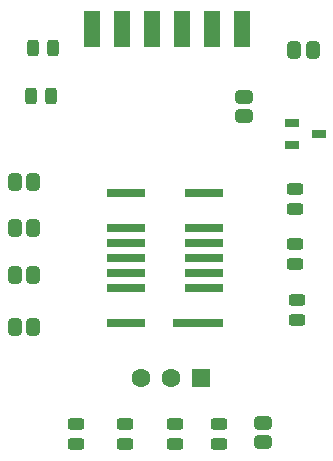
<source format=gbr>
G04 DipTrace 4.0.0.2*
G04 TopMask.gbr*
%MOIN*%
G04 #@! TF.FileFunction,Soldermask,Top*
G04 #@! TF.Part,Single*
%AMOUTLINE1*
4,1,28,
0.010168,-0.028939,
-0.010168,-0.028939,
-0.013101,-0.028552,
-0.015954,-0.027371,
-0.018404,-0.025491,
-0.020284,-0.023041,
-0.021466,-0.020188,
-0.021852,-0.017255,
-0.021852,0.017255,
-0.021466,0.020188,
-0.020284,0.023041,
-0.018404,0.025491,
-0.015954,0.027371,
-0.013101,0.028552,
-0.010168,0.028939,
0.010168,0.028939,
0.013101,0.028552,
0.015954,0.027371,
0.018404,0.025491,
0.020284,0.023041,
0.021466,0.020188,
0.021852,0.017255,
0.021852,-0.017255,
0.021466,-0.020188,
0.020284,-0.023041,
0.018404,-0.025491,
0.015954,-0.027371,
0.013101,-0.028552,
0.010168,-0.028939,
0*%
%AMOUTLINE4*
4,1,28,
-0.010168,0.028939,
0.010168,0.028939,
0.013101,0.028552,
0.015954,0.027371,
0.018404,0.025491,
0.020284,0.023041,
0.021466,0.020188,
0.021852,0.017255,
0.021852,-0.017255,
0.021466,-0.020188,
0.020284,-0.023041,
0.018404,-0.025491,
0.015954,-0.027371,
0.013101,-0.028552,
0.010168,-0.028939,
-0.010168,-0.028939,
-0.013101,-0.028552,
-0.015954,-0.027371,
-0.018404,-0.025491,
-0.020284,-0.023041,
-0.021466,-0.020188,
-0.021852,-0.017255,
-0.021852,0.017255,
-0.021466,0.020188,
-0.020284,0.023041,
-0.018404,0.025491,
-0.015954,0.027371,
-0.013101,0.028552,
-0.010168,0.028939,
0*%
%AMOUTLINE7*
4,1,28,
0.027954,0.008792,
0.027955,-0.008789,
0.027609,-0.011416,
0.026545,-0.013985,
0.024853,-0.01619,
0.022648,-0.017882,
0.02008,-0.018946,
0.017453,-0.019292,
-0.017451,-0.019294,
-0.020078,-0.018948,
-0.022646,-0.017884,
-0.024852,-0.016192,
-0.026544,-0.013987,
-0.027608,-0.011419,
-0.027954,-0.008792,
-0.027955,0.008789,
-0.027609,0.011416,
-0.026545,0.013985,
-0.024853,0.01619,
-0.022648,0.017882,
-0.02008,0.018946,
-0.017453,0.019292,
0.017451,0.019294,
0.020078,0.018948,
0.022646,0.017884,
0.024852,0.016192,
0.026544,0.013987,
0.027608,0.011419,
0.027954,0.008792,
0*%
%AMOUTLINE10*
4,1,28,
-0.027954,-0.008792,
-0.027955,0.008789,
-0.027609,0.011416,
-0.026545,0.013985,
-0.024853,0.01619,
-0.022648,0.017882,
-0.02008,0.018946,
-0.017453,0.019292,
0.017451,0.019294,
0.020078,0.018948,
0.022646,0.017884,
0.024852,0.016192,
0.026544,0.013987,
0.027608,0.011419,
0.027954,0.008792,
0.027955,-0.008789,
0.027609,-0.011416,
0.026545,-0.013985,
0.024853,-0.01619,
0.022648,-0.017882,
0.02008,-0.018946,
0.017453,-0.019292,
-0.017451,-0.019294,
-0.020078,-0.018948,
-0.022646,-0.017884,
-0.024852,-0.016192,
-0.026544,-0.013987,
-0.027608,-0.011419,
-0.027954,-0.008792,
0*%
%AMOUTLINE13*
4,1,28,
0.008791,-0.027954,
-0.00879,-0.027954,
-0.011417,-0.027609,
-0.013985,-0.026545,
-0.01619,-0.024853,
-0.017883,-0.022647,
-0.018947,-0.020079,
-0.019292,-0.017452,
-0.019293,0.017452,
-0.018947,0.020078,
-0.017884,0.022647,
-0.016192,0.024852,
-0.013986,0.026544,
-0.011418,0.027608,
-0.008791,0.027954,
0.00879,0.027954,
0.011417,0.027609,
0.013985,0.026545,
0.01619,0.024853,
0.017883,0.022647,
0.018947,0.020079,
0.019292,0.017452,
0.019293,-0.017452,
0.018947,-0.020078,
0.017884,-0.022647,
0.016192,-0.024852,
0.013986,-0.026544,
0.011418,-0.027608,
0.008791,-0.027954,
0*%
%AMOUTLINE16*
4,1,28,
-0.008791,0.027954,
0.00879,0.027954,
0.011417,0.027609,
0.013985,0.026545,
0.01619,0.024853,
0.017883,0.022647,
0.018947,0.020079,
0.019292,0.017452,
0.019293,-0.017452,
0.018947,-0.020078,
0.017884,-0.022647,
0.016192,-0.024852,
0.013986,-0.026544,
0.011418,-0.027608,
0.008791,-0.027954,
-0.00879,-0.027954,
-0.011417,-0.027609,
-0.013985,-0.026545,
-0.01619,-0.024853,
-0.017883,-0.022647,
-0.018947,-0.020079,
-0.019292,-0.017452,
-0.019293,0.017452,
-0.018947,0.020078,
-0.017884,0.022647,
-0.016192,0.024852,
-0.013986,0.026544,
-0.011418,0.027608,
-0.008791,0.027954,
0*%
%AMOUTLINE19*
4,1,28,
-0.028938,-0.010169,
-0.028939,0.010168,
-0.028553,0.013101,
-0.027371,0.015954,
-0.025491,0.018404,
-0.023041,0.020284,
-0.020188,0.021465,
-0.017255,0.021852,
0.017255,0.021852,
0.020187,0.021466,
0.02304,0.020284,
0.02549,0.018405,
0.02737,0.015955,
0.028552,0.013102,
0.028938,0.010169,
0.028939,-0.010168,
0.028553,-0.013101,
0.027371,-0.015954,
0.025491,-0.018404,
0.023041,-0.020284,
0.020188,-0.021465,
0.017255,-0.021852,
-0.017255,-0.021852,
-0.020187,-0.021466,
-0.02304,-0.020284,
-0.02549,-0.018405,
-0.02737,-0.015955,
-0.028552,-0.013102,
-0.028938,-0.010169,
0*%
%AMOUTLINE22*
4,1,28,
0.028938,0.010169,
0.028939,-0.010168,
0.028553,-0.013101,
0.027371,-0.015954,
0.025491,-0.018404,
0.023041,-0.020284,
0.020188,-0.021465,
0.017255,-0.021852,
-0.017255,-0.021852,
-0.020187,-0.021466,
-0.02304,-0.020284,
-0.02549,-0.018405,
-0.02737,-0.015955,
-0.028552,-0.013102,
-0.028938,-0.010169,
-0.028939,0.010168,
-0.028553,0.013101,
-0.027371,0.015954,
-0.025491,0.018404,
-0.023041,0.020284,
-0.020188,0.021465,
-0.017255,0.021852,
0.017255,0.021852,
0.020187,0.021466,
0.02304,0.020284,
0.02549,0.018405,
0.02737,0.015955,
0.028552,0.013102,
0.028938,0.010169,
0*%
%ADD27R,0.045279X0.029531*%
%ADD29R,0.05394X0.12205*%
%ADD31R,0.125987X0.031499*%
%ADD33R,0.165357X0.031499*%
%ADD35C,0.062995*%
%ADD37R,0.062995X0.062995*%
%ADD43OUTLINE1*%
%ADD46OUTLINE4*%
%ADD49OUTLINE7*%
%ADD52OUTLINE10*%
%ADD55OUTLINE13*%
%ADD58OUTLINE16*%
%ADD61OUTLINE19*%
%ADD64OUTLINE22*%
%FSLAX26Y26*%
G04*
G70*
G90*
G75*
G01*
G04 TopMask*
%LPD*%
D43*
X636897Y1345700D3*
D46*
X573905D3*
D43*
X636897Y862701D3*
D46*
X573905Y862699D3*
D43*
X636897Y1037701D3*
D46*
X573905Y1037699D3*
D43*
X636897Y1191701D3*
D46*
X573905Y1191699D3*
D37*
X1195401Y694700D3*
D35*
X1095401D3*
X995401D3*
D49*
X1508399Y1322968D3*
D52*
X1508402Y1256432D3*
D49*
X1508399Y1140968D3*
D52*
X1508403Y1074432D3*
X1256402Y472432D3*
D49*
X1256400Y538968D3*
D52*
X1109402Y472432D3*
D49*
X1109400Y538968D3*
D52*
X941401Y472432D3*
D49*
X941400Y538968D3*
D52*
X780401Y472432D3*
D49*
X780400Y538968D3*
D33*
X1184637Y877165D3*
D31*
X1204322Y993700D3*
Y1043700D3*
Y1093700D3*
Y1143700D3*
Y1193700D3*
Y1310235D3*
X944480D3*
Y1193700D3*
Y1143700D3*
Y1093700D3*
Y1043700D3*
Y993700D3*
Y877165D3*
D29*
X1331401Y1856700D3*
X1231401D3*
X1131401D3*
X1031401D3*
X931401D3*
X831401D3*
D27*
X1498125Y1544102D3*
Y1469298D3*
X1588676Y1506700D3*
D55*
X694669Y1632701D3*
D58*
X628133Y1632699D3*
D55*
X701669Y1793701D3*
D58*
X635133Y1793699D3*
D43*
X1567897Y1786700D3*
D46*
X1504905D3*
D61*
X1340401Y1566204D3*
D64*
X1340400Y1629196D3*
D61*
X1403401Y481204D3*
D64*
Y544196D3*
D52*
X1515401Y885432D3*
D49*
Y951968D3*
M02*

</source>
